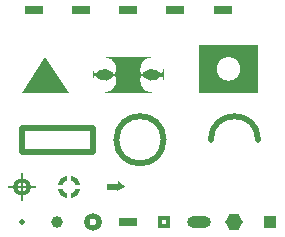
<source format=gbr>
G04 Test: Comprehensive feature test*
G04 Contains all major Gerber features in one file*
%FSLAX26Y26*%
%MOMM*%
G04 === APERTURE DEFINITIONS ===*
G04 Standard apertures*
%ADD10C,0.5*%
%ADD11C,1.0*%
%ADD12C,1.5X0.6*%
%ADD13R,1.5X0.8*%
%ADD14R,1.0X1.0X0.4*%
%ADD15O,2.0X1.0*%
%ADD16P,1.5X6*%
%ADD17P,1.5X4X45*%
G04 Macro apertures*
%AMTarget*
1,1,1.5,0,0*
1,0,0.8,0,0*
20,1,0.15,-1.2,0,1.2,0,0*
20,1,0.15,0,-1.2,0,1.2,0*%
%ADD20Target*%
%AMThermal*
7,0,0,2.0,1.2,0.3,0*%
%ADD21Thermal*%
%AMArrow*
4,1,7,-0.8,0.25,0.2,0.25,0.2,0.5,0.8,0,-0.2,-0.5,0.2,-0.25,-0.8,-0.25,-0.8,0.25,0*%
%ADD22Arrow*%
G04 === FLASH OPERATIONS ===*
%LPD*%
G04 Standard aperture flashes*
D10*
X2000000Y2000000D03*
D11*
X5000000Y2000000D03*
D12*
X8000000Y2000000D03*
D13*
X11000000Y2000000D03*
D14*
X14000000Y2000000D03*
D15*
X17000000Y2000000D03*
D16*
X20000000Y2000000D03*
D17*
X23000000Y2000000D03*
G04 Macro aperture flashes*
D20*
X2000000Y5000000D03*
D21*
X6000000Y5000000D03*
D22*
X10000000Y5000000D03*
G04 === LINEAR PLOTTING ===*
D10*
G01*
X2000000Y8000000D02*
X8000000Y8000000D01*
X8000000Y10000000D01*
X2000000Y10000000D01*
X2000000Y8000000D01*
G04 === CIRCULAR PLOTTING ===*
G75*
X14000000Y9000000D02*
G02*
X14000000Y9000000I-2000000J0D01*
X22000000Y9000000D02*
G03*
X18000000Y9000000I-2000000J0D01*
G04 === REGIONS ===*
%LPD*%
G04 Triangular region*
G36*
X2000000Y13000000D02*
G01*
X6000000Y13000000D01*
X4000000Y16000000D01*
X2000000Y13000000D01*
G37*
G04 Rounded rectangle region*
G36*
X9000000Y13000000D02*
G01*
X13000000Y13000000D01*
G02*
X14000000Y14000000I0J1000000D01*
G01*
X14000000Y15000000D01*
G02*
X13000000Y16000000I-1000000J0D01*
G01*
X9000000Y16000000D01*
G02*
X8000000Y15000000I0J-1000000D01*
G01*
X8000000Y14000000D01*
G02*
X9000000Y13000000I1000000J0D01*
G37*
G04 === POLARITY ===*
G04 Dark square with clear hole*
%LPD*%
G36*
X17000000Y13000000D02*
G01*
X22000000Y13000000D01*
X22000000Y17000000D01*
X17000000Y17000000D01*
X17000000Y13000000D01*
G37*
%LPC*%
G36*
X20500000Y15000000D02*
G03*
X20500000Y15000000I-1000000J0D01*
G37*
G04 === TRANSFORMS ===*
%LPD*%
D13*
G04 Rotation*
%LR0*%
X3000000Y20000000D03*
%LR45*%
X7000000Y20000000D03*
%LR90*%
X11000000Y20000000D03*
G04 Scaling*
%LR0*%
%LS0.7*%
X15000000Y20000000D03*
%LS1.3*%
X19000000Y20000000D03*
G04 Reset*
%LR0*%
%LS1.0*%
%LMN*%
M02*

</source>
